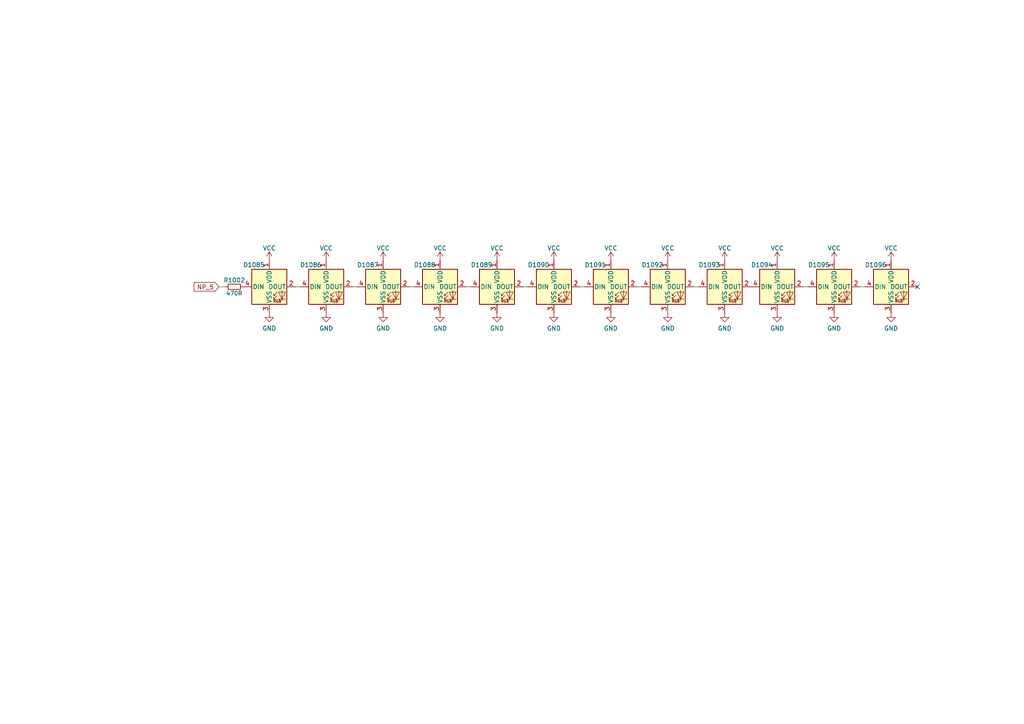
<source format=kicad_sch>
(kicad_sch (version 20211123) (generator eeschema)
  (paper "A4")
  (lib_symbols
    (symbol "Device:R_Small" (pin_numbers hide) (pin_names (offset 0.254) hide)
      (property "Reference" "R" (at 0.762 0.508 0))
      (property "Value" "R_Small" (at 0.762 -1.016 0))
      (symbol "R_Small_0_1"
        (rectangle (start -0.762 1.778) (end 0.762 -1.778) (stroke (width 0.2032)))
      )
      (symbol "R_Small_1_1"
        (pin passive line (at 0 2.54 270) (length 0.762) (name "~") (number "1"))
        (pin passive line (at 0 -2.54 90) (length 0.762) (name "~") (number "2"))
      )
    )
    (symbol "LED:WS2812B" (pin_names (offset 0.254))
      (property "Reference" "D" (at 5.08 5.715 0))
      (property "Value" "WS2812B" (at 1.27 -5.715 0))
      (symbol "WS2812B_0_0"
        (text "RGB" (at 2.286 -4.191 0) (effects (font (size 0.762 0.762))))
      )
      (symbol "WS2812B_0_1"
        (polyline (pts (xy 1.27 -3.556) (xy 1.778 -3.556)))
        (polyline (pts (xy 1.27 -2.54) (xy 1.778 -2.54)))
        (polyline (pts (xy 4.699 -3.556) (xy 2.667 -3.556)))
        (polyline (pts (xy 2.286 -2.54) (xy 1.27 -3.556) (xy 1.27 -3.048)))
        (polyline (pts (xy 2.286 -1.524) (xy 1.27 -2.54) (xy 1.27 -2.032)))
        (polyline (pts (xy 3.683 -1.016) (xy 3.683 -3.556) (xy 3.683 -4.064)))
        (polyline (pts (xy 4.699 -1.524) (xy 2.667 -1.524) (xy 3.683 -3.556) (xy 4.699 -1.524)))
        (rectangle (start 5.08 5.08) (end -5.08 -5.08) (stroke (width 0.254)) (fill (type background)))
      )
      (symbol "WS2812B_1_1"
        (pin power_in line (at 0 7.62 270) (length 2.54) (name "VDD") (number "1"))
        (pin output line (at 7.62 0 180) (length 2.54) (name "DOUT") (number "2"))
        (pin power_in line (at 0 -7.62 90) (length 2.54) (name "VSS") (number "3"))
        (pin input line (at -7.62 0 0) (length 2.54) (name "DIN") (number "4"))
      )
    )
    (symbol "power:GND" (power) (pin_names (offset 0))
      (property "Value" "GND" (at 0 -3.81 0))
      (symbol "GND_0_1"
        (polyline (pts (xy 0 0) (xy 0 -1.27) (xy 1.27 -1.27) (xy 0 -2.54) (xy -1.27 -1.27) (xy 0 -1.27)))
      )
      (symbol "GND_1_1"
        (pin power_in line (at 0 0 270) (length 0) hide (name "GND") (number "1"))
      )
    )
    (symbol "power:VCC" (power) (pin_names (offset 0))
      (property "Value" "VCC" (at 0 3.81 0))
      (symbol "VCC_0_1"
        (polyline (pts (xy -0.762 1.27) (xy 0 2.54)))
        (polyline (pts (xy 0 0) (xy 0 2.54)))
        (polyline (pts (xy 0 2.54) (xy 0.762 1.27)))
      )
      (symbol "VCC_1_1"
        (pin power_in line (at 0 0 90) (length 0) hide (name "VCC") (number "1"))
      )
    )
  )
  (no_connect (at 266.065 83.185))
  (wire (pts (xy 151.765 83.185) (xy 153.035 83.185)))
  (wire (pts (xy 168.275 83.185) (xy 169.545 83.185)))
  (wire (pts (xy 63.5 83.185) (xy 65.405 83.185)))
  (wire (pts (xy 118.745 83.185) (xy 120.015 83.185)))
  (wire (pts (xy 85.725 83.185) (xy 86.995 83.185)))
  (wire (pts (xy 201.295 83.185) (xy 202.565 83.185)))
  (wire (pts (xy 249.555 83.185) (xy 250.825 83.185)))
  (wire (pts (xy 184.785 83.185) (xy 186.055 83.185)))
  (wire (pts (xy 135.255 83.185) (xy 136.525 83.185)))
  (wire (pts (xy 102.235 83.185) (xy 103.505 83.185)))
  (wire (pts (xy 233.045 83.185) (xy 234.315 83.185)))
  (global_label "NP_5" (shape input) (at 63.5 83.185 180) (property "Intersheet References" "${INTERSHEET_REFS}" (effects hide)))
  (symbol (lib_id "LED:WS2812B") (at 94.615 83.185 0) (unit 1)
    (property "Reference" "D1086" (at 90.17 76.835 0))
    (property "Value" "WS2812B" (effects hide))
    (property "Footprint" "Footprints:LED_WS2812B_edited" (effects hide))
    (property "Datasheet" "https://cdn-shop.adafruit.com/datasheets/WS2812B.pdf" (effects hide))
    (property "Ostalo" "forma" (effects hide))
    (property "U labosu?" "ne" (effects hide))
    (property "JLCPCB Part #" "-" (effects hide))
  )
  (symbol (lib_id "power:GND") (at 78.105 90.805 0) (unit 1)
    (property "Reference" "#PWR01183" (effects hide))
    (property "Value" "GND" (at 78.105 95.2484 0))
  )
  (symbol (lib_id "LED:WS2812B") (at 111.125 83.185 0) (unit 1)
    (property "Reference" "D1087" (at 106.68 76.835 0))
    (property "Value" "WS2812B" (effects hide))
    (property "Footprint" "Footprints:LED_WS2812B_edited" (effects hide))
    (property "Datasheet" "https://cdn-shop.adafruit.com/datasheets/WS2812B.pdf" (effects hide))
    (property "Ostalo" "forma" (effects hide))
    (property "U labosu?" "ne" (effects hide))
    (property "JLCPCB Part #" "-" (effects hide))
  )
  (symbol (lib_id "LED:WS2812B") (at 127.635 83.185 0) (unit 1)
    (property "Reference" "D1088" (at 123.19 76.835 0))
    (property "Value" "WS2812B" (effects hide))
    (property "Footprint" "Footprints:LED_WS2812B_edited" (effects hide))
    (property "Datasheet" "https://cdn-shop.adafruit.com/datasheets/WS2812B.pdf" (effects hide))
    (property "Ostalo" "forma" (effects hide))
    (property "U labosu?" "ne" (effects hide))
    (property "JLCPCB Part #" "-" (effects hide))
  )
  (symbol (lib_id "power:GND") (at 193.675 90.805 0) (unit 1)
    (property "Reference" "#PWR01190" (effects hide))
    (property "Value" "GND" (at 193.675 95.2484 0))
  )
  (symbol (lib_id "power:VCC") (at 225.425 75.565 0) (unit 1)
    (property "Reference" "#PWR01180" (effects hide))
    (property "Value" "VCC" (at 225.425 71.9892 0))
  )
  (symbol (lib_id "power:VCC") (at 160.655 75.565 0) (unit 1)
    (property "Reference" "#PWR01176" (effects hide))
    (property "Value" "VCC" (at 160.655 71.9892 0))
  )
  (symbol (lib_id "power:GND") (at 225.425 90.805 0) (unit 1)
    (property "Reference" "#PWR01192" (effects hide))
    (property "Value" "GND" (at 225.425 95.2484 0))
  )
  (symbol (lib_id "power:GND") (at 258.445 90.805 0) (unit 1)
    (property "Reference" "#PWR01194" (effects hide))
    (property "Value" "GND" (at 258.445 95.2484 0))
  )
  (symbol (lib_id "LED:WS2812B") (at 144.145 83.185 0) (unit 1)
    (property "Reference" "D1089" (at 139.7 76.835 0))
    (property "Value" "WS2812B" (effects hide))
    (property "Footprint" "Footprints:LED_WS2812B_edited" (effects hide))
    (property "Datasheet" "https://cdn-shop.adafruit.com/datasheets/WS2812B.pdf" (effects hide))
    (property "Ostalo" "forma" (effects hide))
    (property "U labosu?" "ne" (effects hide))
    (property "JLCPCB Part #" "-" (effects hide))
  )
  (symbol (lib_id "LED:WS2812B") (at 241.935 83.185 0) (unit 1)
    (property "Reference" "D1095" (at 237.49 76.835 0))
    (property "Value" "WS2812B" (effects hide))
    (property "Footprint" "Footprints:LED_WS2812B_edited" (effects hide))
    (property "Datasheet" "https://cdn-shop.adafruit.com/datasheets/WS2812B.pdf" (effects hide))
    (property "Ostalo" "forma" (effects hide))
    (property "U labosu?" "ne" (effects hide))
    (property "JLCPCB Part #" "-" (effects hide))
  )
  (symbol (lib_id "LED:WS2812B") (at 193.675 83.185 0) (unit 1)
    (property "Reference" "D1092" (at 189.23 76.835 0))
    (property "Value" "WS2812B" (effects hide))
    (property "Footprint" "Footprints:LED_WS2812B_edited" (effects hide))
    (property "Datasheet" "https://cdn-shop.adafruit.com/datasheets/WS2812B.pdf" (effects hide))
    (property "Ostalo" "forma" (effects hide))
    (property "U labosu?" "ne" (effects hide))
    (property "JLCPCB Part #" "-" (effects hide))
  )
  (symbol (lib_id "power:GND") (at 210.185 90.805 0) (unit 1)
    (property "Reference" "#PWR01191" (effects hide))
    (property "Value" "GND" (at 210.185 95.2484 0))
  )
  (symbol (lib_id "power:VCC") (at 111.125 75.565 0) (unit 1)
    (property "Reference" "#PWR01173" (effects hide))
    (property "Value" "VCC" (at 111.125 71.9892 0))
  )
  (symbol (lib_id "power:GND") (at 111.125 90.805 0) (unit 1)
    (property "Reference" "#PWR01185" (effects hide))
    (property "Value" "GND" (at 111.125 95.2484 0))
  )
  (symbol (lib_id "power:VCC") (at 144.145 75.565 0) (unit 1)
    (property "Reference" "#PWR01175" (effects hide))
    (property "Value" "VCC" (at 144.145 71.9892 0))
  )
  (symbol (lib_id "power:VCC") (at 127.635 75.565 0) (unit 1)
    (property "Reference" "#PWR01174" (effects hide))
    (property "Value" "VCC" (at 127.635 71.9892 0))
  )
  (symbol (lib_id "power:GND") (at 94.615 90.805 0) (unit 1)
    (property "Reference" "#PWR01184" (effects hide))
    (property "Value" "GND" (at 94.615 95.2484 0))
  )
  (symbol (lib_id "power:VCC") (at 94.615 75.565 0) (unit 1)
    (property "Reference" "#PWR01172" (effects hide))
    (property "Value" "VCC" (at 94.615 71.9892 0))
  )
  (symbol (lib_id "power:VCC") (at 258.445 75.565 0) (unit 1)
    (property "Reference" "#PWR01182" (effects hide))
    (property "Value" "VCC" (at 258.445 71.9892 0))
  )
  (symbol (lib_id "power:GND") (at 241.935 90.805 0) (unit 1)
    (property "Reference" "#PWR01193" (effects hide))
    (property "Value" "GND" (at 241.935 95.2484 0))
  )
  (symbol (lib_id "power:GND") (at 127.635 90.805 0) (unit 1)
    (property "Reference" "#PWR01186" (effects hide))
    (property "Value" "GND" (at 127.635 95.2484 0))
  )
  (symbol (lib_id "Device:R_Small") (at 67.945 83.185 90) (unit 1)
    (property "Reference" "R1002" (at 67.945 81.28 90))
    (property "Value" "470R" (at 67.945 85.09 90) (effects (font (size 1.2 1.2))))
    (property "Footprint" "Resistor_SMD:R_0603_1608Metric" (effects hide))
    (property "U labosu?" "da" (effects hide))
  )
  (symbol (lib_id "power:VCC") (at 193.675 75.565 0) (unit 1)
    (property "Reference" "#PWR01178" (effects hide))
    (property "Value" "VCC" (at 193.675 71.9892 0))
  )
  (symbol (lib_id "power:GND") (at 144.145 90.805 0) (unit 1)
    (property "Reference" "#PWR01187" (effects hide))
    (property "Value" "GND" (at 144.145 95.2484 0))
  )
  (symbol (lib_id "power:VCC") (at 210.185 75.565 0) (unit 1)
    (property "Reference" "#PWR01179" (effects hide))
    (property "Value" "VCC" (at 210.185 71.9892 0))
  )
  (symbol (lib_id "LED:WS2812B") (at 258.445 83.185 0) (unit 1)
    (property "Reference" "D1096" (at 254 76.835 0))
    (property "Value" "WS2812B" (effects hide))
    (property "Footprint" "Footprints:LED_WS2812B_edited" (effects hide))
    (property "Datasheet" "https://cdn-shop.adafruit.com/datasheets/WS2812B.pdf" (effects hide))
    (property "Ostalo" "forma" (effects hide))
    (property "U labosu?" "ne" (effects hide))
    (property "JLCPCB Part #" "-" (effects hide))
  )
  (symbol (lib_id "LED:WS2812B") (at 160.655 83.185 0) (unit 1)
    (property "Reference" "D1090" (at 156.21 76.835 0))
    (property "Value" "WS2812B" (effects hide))
    (property "Footprint" "Footprints:LED_WS2812B_edited" (effects hide))
    (property "Datasheet" "https://cdn-shop.adafruit.com/datasheets/WS2812B.pdf" (effects hide))
    (property "Ostalo" "forma" (effects hide))
    (property "U labosu?" "ne" (effects hide))
    (property "JLCPCB Part #" "-" (effects hide))
  )
  (symbol (lib_id "power:VCC") (at 78.105 75.565 0) (unit 1)
    (property "Reference" "#PWR01171" (effects hide))
    (property "Value" "VCC" (at 78.105 71.9892 0))
  )
  (symbol (lib_id "LED:WS2812B") (at 78.105 83.185 0) (unit 1)
    (property "Reference" "D1085" (at 73.66 76.835 0))
    (property "Value" "WS2812B" (effects hide))
    (property "Footprint" "Footprints:LED_WS2812B_edited" (effects hide))
    (property "Datasheet" "https://cdn-shop.adafruit.com/datasheets/WS2812B.pdf" (effects hide))
    (property "Ostalo" "forma" (effects hide))
    (property "U labosu?" "ne" (effects hide))
    (property "JLCPCB Part #" "-" (effects hide))
  )
  (symbol (lib_id "power:GND") (at 160.655 90.805 0) (unit 1)
    (property "Reference" "#PWR01188" (effects hide))
    (property "Value" "GND" (at 160.655 95.2484 0))
  )
  (symbol (lib_id "LED:WS2812B") (at 225.425 83.185 0) (unit 1)
    (property "Reference" "D1094" (at 220.98 76.835 0))
    (property "Value" "WS2812B" (effects hide))
    (property "Footprint" "Footprints:LED_WS2812B_edited" (effects hide))
    (property "Datasheet" "https://cdn-shop.adafruit.com/datasheets/WS2812B.pdf" (effects hide))
    (property "Ostalo" "forma" (effects hide))
    (property "U labosu?" "ne" (effects hide))
    (property "JLCPCB Part #" "-" (effects hide))
  )
  (symbol (lib_id "power:VCC") (at 177.165 75.565 0) (unit 1)
    (property "Reference" "#PWR01177" (effects hide))
    (property "Value" "VCC" (at 177.165 71.9892 0))
  )
  (symbol (lib_id "LED:WS2812B") (at 210.185 83.185 0) (unit 1)
    (property "Reference" "D1093" (at 205.74 76.835 0))
    (property "Value" "WS2812B" (effects hide))
    (property "Footprint" "Footprints:LED_WS2812B_edited" (effects hide))
    (property "Datasheet" "https://cdn-shop.adafruit.com/datasheets/WS2812B.pdf" (effects hide))
    (property "Ostalo" "forma" (effects hide))
    (property "U labosu?" "ne" (effects hide))
    (property "JLCPCB Part #" "-" (effects hide))
  )
  (symbol (lib_id "power:GND") (at 177.165 90.805 0) (unit 1)
    (property "Reference" "#PWR01189" (effects hide))
    (property "Value" "GND" (at 177.165 95.2484 0))
  )
  (symbol (lib_id "LED:WS2812B") (at 177.165 83.185 0) (unit 1)
    (property "Reference" "D1091" (at 172.72 76.835 0))
    (property "Value" "WS2812B" (effects hide))
    (property "Footprint" "Footprints:LED_WS2812B_edited" (effects hide))
    (property "Datasheet" "https://cdn-shop.adafruit.com/datasheets/WS2812B.pdf" (effects hide))
    (property "Ostalo" "forma" (effects hide))
    (property "U labosu?" "ne" (effects hide))
    (property "JLCPCB Part #" "-" (effects hide))
  )
  (symbol (lib_id "power:VCC") (at 241.935 75.565 0) (unit 1)
    (property "Reference" "#PWR01181" (effects hide))
    (property "Value" "VCC" (at 241.935 71.9892 0))
  )
)
</source>
